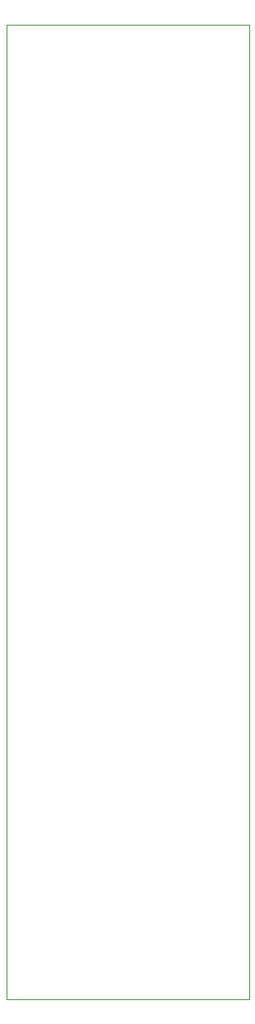
<source format=gbr>
%TF.GenerationSoftware,KiCad,Pcbnew,(5.1.8-0-10_14)*%
%TF.CreationDate,2021-07-20T21:01:28-04:00*%
%TF.ProjectId,fzeq,667a6571-2e6b-4696-9361-645f70636258,rev?*%
%TF.SameCoordinates,Original*%
%TF.FileFunction,Profile,NP*%
%FSLAX46Y46*%
G04 Gerber Fmt 4.6, Leading zero omitted, Abs format (unit mm)*
G04 Created by KiCad (PCBNEW (5.1.8-0-10_14)) date 2021-07-20 21:01:28*
%MOMM*%
%LPD*%
G01*
G04 APERTURE LIST*
%TA.AperFunction,Profile*%
%ADD10C,0.050000*%
%TD*%
G04 APERTURE END LIST*
D10*
X50000000Y-150000000D02*
X50000000Y-50000000D01*
X75000000Y-150000000D02*
X50000000Y-150000000D01*
X75000000Y-50000000D02*
X75000000Y-150000000D01*
X50000000Y-50000000D02*
X75000000Y-50000000D01*
M02*

</source>
